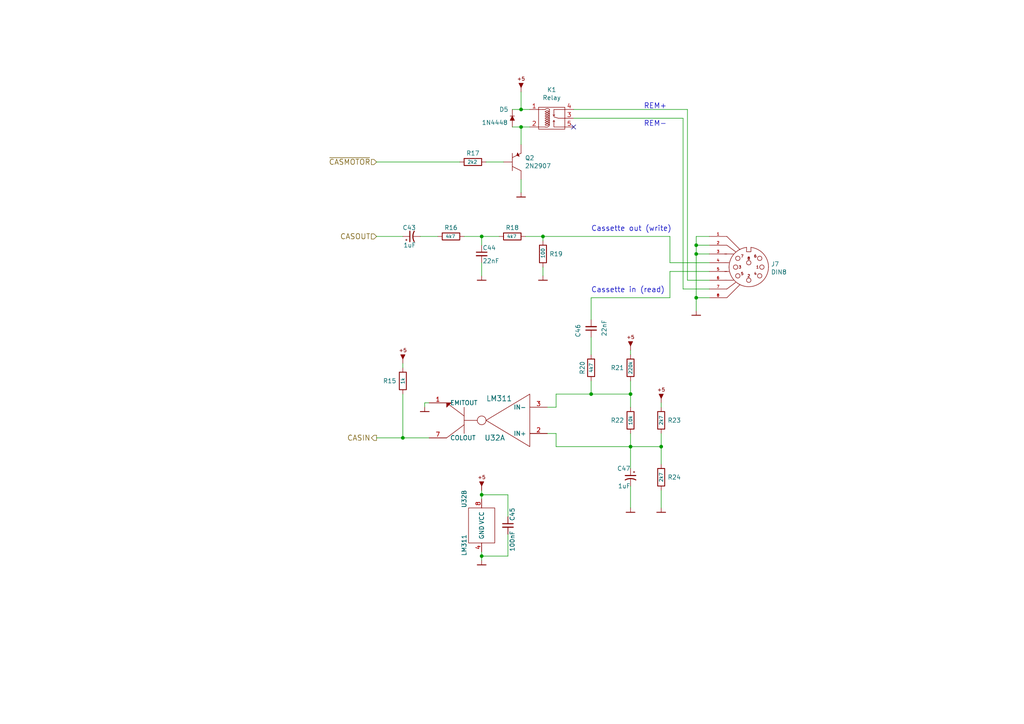
<source format=kicad_sch>
(kicad_sch (version 20211123) (generator eeschema)

  (uuid ba116096-3ccc-4cc8-a185-5325439e4e24)

  (paper "A4")

  (lib_symbols
    (symbol "artemisa:1N4448" (pin_numbers hide) (pin_names (offset 1.016)) (in_bom yes) (on_board yes)
      (property "Reference" "D" (id 0) (at 0 1.905 0)
        (effects (font (size 1.27 1.27)))
      )
      (property "Value" "1N4448" (id 1) (at 0 -1.905 0)
        (effects (font (size 1.27 1.27)))
      )
      (property "Footprint" "" (id 2) (at 1.27 0 0)
        (effects (font (size 1.524 1.524)) hide)
      )
      (property "Datasheet" "" (id 3) (at 1.27 0 0)
        (effects (font (size 1.524 1.524)) hide)
      )
      (symbol "1N4448_0_1"
        (polyline
          (pts
            (xy 0.635 0.635)
            (xy 0.635 -0.635)
          )
          (stroke (width 0) (type default) (color 0 0 0 0))
          (fill (type none))
        )
        (polyline
          (pts
            (xy -0.635 0.635)
            (xy -0.635 -0.635)
            (xy 0.635 0)
            (xy -0.635 0.635)
          )
          (stroke (width 0) (type default) (color 0 0 0 0))
          (fill (type outline))
        )
      )
      (symbol "1N4448_1_1"
        (pin passive line (at -2.54 0 0) (length 1.905)
          (name "~" (effects (font (size 1.27 1.27))))
          (number "1" (effects (font (size 1.27 1.27))))
        )
        (pin passive line (at 2.54 0 180) (length 1.905)
          (name "~" (effects (font (size 1.27 1.27))))
          (number "2" (effects (font (size 1.27 1.27))))
        )
      )
    )
    (symbol "artemisa:2N2907" (pin_numbers hide) (pin_names (offset 1.016) hide) (in_bom yes) (on_board yes)
      (property "Reference" "Q" (id 0) (at -3.81 3.81 0)
        (effects (font (size 1.27 1.27)))
      )
      (property "Value" "2N2907" (id 1) (at 2.54 0 0)
        (effects (font (size 1.27 1.27)))
      )
      (property "Footprint" "" (id 2) (at 0 0 0)
        (effects (font (size 1.524 1.524)) hide)
      )
      (property "Datasheet" "" (id 3) (at 0 0 0)
        (effects (font (size 1.524 1.524)) hide)
      )
      (symbol "2N2907_1_1"
        (polyline
          (pts
            (xy -2.54 -1.27)
            (xy 0 -2.54)
          )
          (stroke (width 0) (type default) (color 0 0 0 0))
          (fill (type none))
        )
        (polyline
          (pts
            (xy -2.54 1.27)
            (xy 0 2.54)
          )
          (stroke (width 0) (type default) (color 0 0 0 0))
          (fill (type none))
        )
        (polyline
          (pts
            (xy -2.54 2.54)
            (xy -2.54 -2.54)
          )
          (stroke (width 0) (type default) (color 0 0 0 0))
          (fill (type none))
        )
        (polyline
          (pts
            (xy -1.27 -1.905)
            (xy -1.016 -2.667)
            (xy -0.508 -1.651)
            (xy -1.27 -1.905)
          )
          (stroke (width 0) (type default) (color 0 0 0 0))
          (fill (type outline))
        )
        (pin input line (at 0 5.08 270) (length 2.54)
          (name "1C" (effects (font (size 1.27 1.27))))
          (number "1" (effects (font (size 1.27 1.27))))
        )
        (pin input line (at -5.08 0 0) (length 2.54)
          (name "B" (effects (font (size 1.27 1.27))))
          (number "2" (effects (font (size 1.27 1.27))))
        )
        (pin input line (at 0 -5.08 90) (length 2.54)
          (name "E" (effects (font (size 1.27 1.27))))
          (number "3" (effects (font (size 1.27 1.27))))
        )
      )
    )
    (symbol "artemisa:CP" (pin_numbers hide) (pin_names (offset 0.254) hide) (in_bom yes) (on_board yes)
      (property "Reference" "C" (id 0) (at 0.254 1.778 0)
        (effects (font (size 1.27 1.27)) (justify left))
      )
      (property "Value" "CP" (id 1) (at 0.254 -2.032 0)
        (effects (font (size 1.27 1.27)) (justify left))
      )
      (property "Footprint" "" (id 2) (at 0 0 0)
        (effects (font (size 1.27 1.27)) hide)
      )
      (property "Datasheet" "" (id 3) (at 0 0 0)
        (effects (font (size 1.27 1.27)) hide)
      )
      (property "ki_fp_filters" "CP_*" (id 4) (at 0 0 0)
        (effects (font (size 1.27 1.27)) hide)
      )
      (symbol "CP_0_1"
        (polyline
          (pts
            (xy -1.524 0.508)
            (xy 1.524 0.508)
          )
          (stroke (width 0.3048) (type default) (color 0 0 0 0))
          (fill (type none))
        )
        (polyline
          (pts
            (xy -1.27 1.524)
            (xy -0.762 1.524)
          )
          (stroke (width 0) (type default) (color 0 0 0 0))
          (fill (type none))
        )
        (polyline
          (pts
            (xy -1.016 1.27)
            (xy -1.016 1.778)
          )
          (stroke (width 0) (type default) (color 0 0 0 0))
          (fill (type none))
        )
        (arc (start 1.524 -0.762) (mid 0 -0.3734) (end -1.524 -0.762)
          (stroke (width 0.3048) (type default) (color 0 0 0 0))
          (fill (type none))
        )
      )
      (symbol "CP_1_1"
        (pin passive line (at 0 2.54 270) (length 2.032)
          (name "~" (effects (font (size 1.27 1.27))))
          (number "1" (effects (font (size 1.27 1.27))))
        )
        (pin passive line (at 0 -2.54 90) (length 2.032)
          (name "~" (effects (font (size 1.27 1.27))))
          (number "2" (effects (font (size 1.27 1.27))))
        )
      )
    )
    (symbol "artemisa:Cap" (pin_numbers hide) (pin_names (offset 0.254) hide) (in_bom yes) (on_board yes)
      (property "Reference" "C" (id 0) (at 0.254 1.778 0)
        (effects (font (size 1.27 1.27)) (justify left))
      )
      (property "Value" "Cap" (id 1) (at 0.254 -2.032 0)
        (effects (font (size 1.27 1.27)) (justify left))
      )
      (property "Footprint" "" (id 2) (at 0 0 0)
        (effects (font (size 1.27 1.27)) hide)
      )
      (property "Datasheet" "" (id 3) (at 0 0 0)
        (effects (font (size 1.27 1.27)) hide)
      )
      (property "ki_fp_filters" "C_*" (id 4) (at 0 0 0)
        (effects (font (size 1.27 1.27)) hide)
      )
      (symbol "Cap_0_1"
        (polyline
          (pts
            (xy -1.524 -0.508)
            (xy 1.524 -0.508)
          )
          (stroke (width 0.3302) (type default) (color 0 0 0 0))
          (fill (type none))
        )
        (polyline
          (pts
            (xy -1.524 0.508)
            (xy 1.524 0.508)
          )
          (stroke (width 0.3048) (type default) (color 0 0 0 0))
          (fill (type none))
        )
      )
      (symbol "Cap_1_1"
        (pin passive line (at 0 2.54 270) (length 2.032)
          (name "~" (effects (font (size 1.27 1.27))))
          (number "1" (effects (font (size 1.27 1.27))))
        )
        (pin passive line (at 0 -2.54 90) (length 2.032)
          (name "~" (effects (font (size 1.27 1.27))))
          (number "2" (effects (font (size 1.27 1.27))))
        )
      )
    )
    (symbol "artemisa:DIN8" (pin_names (offset 1.27) hide) (in_bom yes) (on_board yes)
      (property "Reference" "J" (id 0) (at 1.905 6.985 0)
        (effects (font (size 1.27 1.27)))
      )
      (property "Value" "DIN8" (id 1) (at 3.81 -6.985 0)
        (effects (font (size 1.27 1.27)))
      )
      (property "Footprint" "" (id 2) (at 0 0 0)
        (effects (font (size 1.27 1.27)) hide)
      )
      (property "Datasheet" "" (id 3) (at 0 0 0)
        (effects (font (size 1.27 1.27)) hide)
      )
      (symbol "DIN8_0_0"
        (polyline
          (pts
            (xy -0.635 5.715)
            (xy -0.635 4.445)
            (xy 0.635 4.445)
            (xy 0.635 5.715)
          )
          (stroke (width 0) (type default) (color 0 0 0 0))
          (fill (type none))
        )
        (text "1" (at 2.54 0 0)
          (effects (font (size 0.762 0.762)))
        )
        (text "2" (at 0 -2.54 0)
          (effects (font (size 0.762 0.762)))
        )
        (text "3" (at -2.54 0 0)
          (effects (font (size 0.762 0.762)))
        )
        (text "4" (at 1.905 -1.905 0)
          (effects (font (size 0.762 0.762)))
        )
        (text "5" (at -1.905 -1.905 0)
          (effects (font (size 0.762 0.762)))
        )
        (text "6" (at 1.905 3.175 0)
          (effects (font (size 0.762 0.762)))
        )
        (text "7" (at -1.905 3.175 0)
          (effects (font (size 0.762 0.762)))
        )
        (text "8" (at 0 2.54 0)
          (effects (font (size 0.762 0.762)))
        )
      )
      (symbol "DIN8_0_1"
        (arc (start -5.715 0) (mid 0 -5.715) (end 5.715 0)
          (stroke (width 0) (type default) (color 0 0 0 0))
          (fill (type none))
        )
        (circle (center -3.81 0) (radius 0.635)
          (stroke (width 0) (type default) (color 0 0 0 0))
          (fill (type none))
        )
        (circle (center -3.175 -2.54) (radius 0.635)
          (stroke (width 0) (type default) (color 0 0 0 0))
          (fill (type none))
        )
        (circle (center -3.175 2.54) (radius 0.635)
          (stroke (width 0) (type default) (color 0 0 0 0))
          (fill (type none))
        )
        (arc (start -0.635 5.715) (mid -4.2603 3.8255) (end -5.715 0)
          (stroke (width 0) (type default) (color 0 0 0 0))
          (fill (type none))
        )
        (circle (center 0 -3.81) (radius 0.635)
          (stroke (width 0) (type default) (color 0 0 0 0))
          (fill (type none))
        )
        (polyline
          (pts
            (xy -6.985 -3.81)
            (xy -4.445 -3.81)
          )
          (stroke (width 0) (type default) (color 0 0 0 0))
          (fill (type none))
        )
        (polyline
          (pts
            (xy -6.985 -1.27)
            (xy -5.715 -1.27)
          )
          (stroke (width 0) (type default) (color 0 0 0 0))
          (fill (type none))
        )
        (polyline
          (pts
            (xy -6.985 1.27)
            (xy -5.715 1.27)
          )
          (stroke (width 0) (type default) (color 0 0 0 0))
          (fill (type none))
        )
        (polyline
          (pts
            (xy -6.985 3.81)
            (xy -4.445 3.81)
          )
          (stroke (width 0) (type default) (color 0 0 0 0))
          (fill (type none))
        )
        (polyline
          (pts
            (xy -6.35 -8.89)
            (xy -2.54 -5.08)
          )
          (stroke (width 0) (type default) (color 0 0 0 0))
          (fill (type none))
        )
        (polyline
          (pts
            (xy -6.35 -6.35)
            (xy -3.81 -4.445)
          )
          (stroke (width 0) (type default) (color 0 0 0 0))
          (fill (type none))
        )
        (polyline
          (pts
            (xy -6.35 6.35)
            (xy -3.81 4.445)
          )
          (stroke (width 0) (type default) (color 0 0 0 0))
          (fill (type none))
        )
        (polyline
          (pts
            (xy -6.35 8.89)
            (xy -2.54 5.08)
          )
          (stroke (width 0) (type default) (color 0 0 0 0))
          (fill (type none))
        )
        (circle (center 0 1.27) (radius 0.635)
          (stroke (width 0) (type default) (color 0 0 0 0))
          (fill (type none))
        )
        (circle (center 3.175 -2.54) (radius 0.635)
          (stroke (width 0) (type default) (color 0 0 0 0))
          (fill (type none))
        )
        (circle (center 3.175 2.54) (radius 0.635)
          (stroke (width 0) (type default) (color 0 0 0 0))
          (fill (type none))
        )
        (circle (center 3.81 0) (radius 0.635)
          (stroke (width 0) (type default) (color 0 0 0 0))
          (fill (type none))
        )
        (arc (start 5.715 0) (mid 4.2698 3.8339) (end 0.635 5.715)
          (stroke (width 0) (type default) (color 0 0 0 0))
          (fill (type none))
        )
      )
      (symbol "DIN8_1_1"
        (pin input line (at -11.43 8.89 0) (length 5.08)
          (name "1" (effects (font (size 1.27 1.27))))
          (number "1" (effects (font (size 0.762 0.762))))
        )
        (pin input line (at -11.43 6.35 0) (length 5.08)
          (name "2" (effects (font (size 1.27 1.27))))
          (number "2" (effects (font (size 0.762 0.762))))
        )
        (pin input line (at -11.43 3.81 0) (length 5.08)
          (name "3" (effects (font (size 1.27 1.27))))
          (number "3" (effects (font (size 0.762 0.762))))
        )
        (pin input line (at -11.43 1.27 0) (length 5.08)
          (name "4" (effects (font (size 1.27 1.27))))
          (number "4" (effects (font (size 0.762 0.762))))
        )
        (pin input line (at -11.43 -1.27 0) (length 5.08)
          (name "5" (effects (font (size 1.27 1.27))))
          (number "5" (effects (font (size 0.762 0.762))))
        )
        (pin input line (at -11.43 -3.81 0) (length 5.08)
          (name "6" (effects (font (size 1.27 1.27))))
          (number "6" (effects (font (size 0.762 0.762))))
        )
        (pin input line (at -11.43 -6.35 0) (length 5.08)
          (name "7" (effects (font (size 1.27 1.27))))
          (number "7" (effects (font (size 0.762 0.762))))
        )
        (pin input line (at -11.43 -8.89 0) (length 5.08)
          (name "8" (effects (font (size 1.27 1.27))))
          (number "8" (effects (font (size 0.762 0.762))))
        )
      )
    )
    (symbol "artemisa:GND" (power) (pin_numbers hide) (pin_names (offset 0) hide) (in_bom yes) (on_board yes)
      (property "Reference" "#PWR" (id 0) (at 0 -2.54 0)
        (effects (font (size 1.524 1.524)) hide)
      )
      (property "Value" "GND" (id 1) (at 0 2.54 0)
        (effects (font (size 1.524 1.524)) hide)
      )
      (property "Footprint" "" (id 2) (at 0 0 0)
        (effects (font (size 1.524 1.524)) hide)
      )
      (property "Datasheet" "" (id 3) (at 0 0 0)
        (effects (font (size 1.524 1.524)) hide)
      )
      (symbol "GND_0_1"
        (polyline
          (pts
            (xy -1.27 -1.27)
            (xy 1.27 -1.27)
          )
          (stroke (width 0.254) (type default) (color 0 0 0 0))
          (fill (type none))
        )
      )
      (symbol "GND_1_1"
        (pin power_in line (at 0 0 270) (length 1.27)
          (name "GND" (effects (font (size 1.27 1.27))))
          (number "~" (effects (font (size 1.27 1.27))))
        )
      )
    )
    (symbol "artemisa:LM311" (pin_names (offset 1.016)) (in_bom yes) (on_board yes)
      (property "Reference" "U" (id 0) (at -6.35 5.08 0)
        (effects (font (size 1.524 1.524)))
      )
      (property "Value" "LM311" (id 1) (at -5.08 -6.35 0)
        (effects (font (size 1.524 1.524)))
      )
      (property "Footprint" "" (id 2) (at 0 0 0)
        (effects (font (size 1.524 1.524)) hide)
      )
      (property "Datasheet" "" (id 3) (at 0 0 0)
        (effects (font (size 1.524 1.524)) hide)
      )
      (symbol "LM311_1_1"
        (polyline
          (pts
            (xy 1.27 0)
            (xy 5.08 0)
          )
          (stroke (width 0) (type default) (color 0 0 0 0))
          (fill (type none))
        )
        (polyline
          (pts
            (xy 5.08 -1.27)
            (xy 10.16 -5.08)
          )
          (stroke (width 0) (type default) (color 0 0 0 0))
          (fill (type none))
        )
        (polyline
          (pts
            (xy 5.08 1.27)
            (xy 10.16 5.08)
          )
          (stroke (width 0) (type default) (color 0 0 0 0))
          (fill (type none))
        )
        (polyline
          (pts
            (xy 5.08 3.81)
            (xy 5.08 -3.81)
          )
          (stroke (width 0) (type default) (color 0 0 0 0))
          (fill (type none))
        )
        (polyline
          (pts
            (xy -1.27 0)
            (xy -13.97 -7.62)
            (xy -13.97 7.62)
            (xy -1.27 0)
          )
          (stroke (width 0) (type default) (color 0 0 0 0))
          (fill (type none))
        )
        (polyline
          (pts
            (xy 10.16 -5.08)
            (xy 10.16 -3.81)
            (xy 8.89 -5.08)
            (xy 10.16 -5.08)
          )
          (stroke (width 0) (type default) (color 0 0 0 0))
          (fill (type outline))
        )
        (circle (center 0 0) (radius 1.27)
          (stroke (width 0) (type default) (color 0 0 0 0))
          (fill (type none))
        )
        (pin passive line (at 15.24 -5.08 180) (length 5.08)
          (name "EMITOUT" (effects (font (size 1.27 1.27))))
          (number "1" (effects (font (size 1.27 1.27))))
        )
        (pin input line (at -19.05 3.81 0) (length 5.08)
          (name "IN+" (effects (font (size 1.27 1.27))))
          (number "2" (effects (font (size 1.27 1.27))))
        )
        (pin input line (at -19.05 -3.81 0) (length 5.08)
          (name "IN-" (effects (font (size 1.27 1.27))))
          (number "3" (effects (font (size 1.27 1.27))))
        )
        (pin no_connect line (at -13.97 -12.7 90) (length 5.08) hide
          (name "BALANCE" (effects (font (size 1.27 1.27))))
          (number "5" (effects (font (size 1.27 1.27))))
        )
        (pin no_connect line (at -13.97 12.7 270) (length 5.08) hide
          (name "BALSTRB" (effects (font (size 1.27 1.27))))
          (number "6" (effects (font (size 1.27 1.27))))
        )
        (pin output line (at 15.24 5.08 180) (length 5.08)
          (name "COLOUT" (effects (font (size 1.27 1.27))))
          (number "7" (effects (font (size 1.27 1.27))))
        )
      )
      (symbol "LM311_2_1"
        (rectangle (start -11.43 -5.08) (end -3.81 5.08)
          (stroke (width 0) (type default) (color 0 0 0 0))
          (fill (type none))
        )
        (pin power_in line (at -7.62 -7.62 90) (length 2.54)
          (name "GND" (effects (font (size 1.27 1.27))))
          (number "4" (effects (font (size 1.27 1.27))))
        )
        (pin power_in line (at -7.62 7.62 270) (length 2.54)
          (name "VCC" (effects (font (size 1.27 1.27))))
          (number "8" (effects (font (size 1.27 1.27))))
        )
      )
    )
    (symbol "artemisa:R" (pin_numbers hide) (pin_names (offset 1.016)) (in_bom yes) (on_board yes)
      (property "Reference" "R" (id 0) (at 0 -2.54 0)
        (effects (font (size 1.524 1.524)))
      )
      (property "Value" "R" (id 1) (at 0 0 0)
        (effects (font (size 1.016 1.016)))
      )
      (property "Footprint" "" (id 2) (at 0 0 90)
        (effects (font (size 1.524 1.524)) hide)
      )
      (property "Datasheet" "" (id 3) (at 0 0 90)
        (effects (font (size 1.524 1.524)) hide)
      )
      (symbol "R_1_1"
        (rectangle (start 2.54 -1.016) (end -2.54 1.016)
          (stroke (width 0.254) (type default) (color 0 0 0 0))
          (fill (type none))
        )
        (pin passive line (at -3.81 0 0) (length 1.27)
          (name "~" (effects (font (size 1.27 1.27))))
          (number "1" (effects (font (size 1.27 1.27))))
        )
        (pin passive line (at 3.81 0 180) (length 1.27)
          (name "~" (effects (font (size 1.27 1.27))))
          (number "2" (effects (font (size 1.27 1.27))))
        )
      )
    )
    (symbol "artemisa:Relay" (pin_names (offset 1.016)) (in_bom yes) (on_board yes)
      (property "Reference" "K" (id 0) (at 0 5.08 0)
        (effects (font (size 1.27 1.27)))
      )
      (property "Value" "Relay" (id 1) (at 0 -5.08 0)
        (effects (font (size 1.27 1.27)))
      )
      (property "Footprint" "" (id 2) (at 0.635 1.27 0)
        (effects (font (size 1.27 1.27)) hide)
      )
      (property "Datasheet" "" (id 3) (at 0.635 1.27 0)
        (effects (font (size 1.27 1.27)) hide)
      )
      (symbol "Relay_0_1"
        (rectangle (start -3.81 3.175) (end 3.81 -3.175)
          (stroke (width 0) (type default) (color 0 0 0 0))
          (fill (type none))
        )
        (arc (start -1.905 -2.54) (mid -1.1194 -2.5285) (end -0.635 -1.905)
          (stroke (width 0) (type default) (color 0 0 0 0))
          (fill (type none))
        )
        (arc (start -1.905 1.905) (mid -1.0575 1.7892) (end -0.635 2.54)
          (stroke (width 0) (type default) (color 0 0 0 0))
          (fill (type none))
        )
        (arc (start -0.635 1.905) (mid -1.27 2.168) (end -1.905 1.905)
          (stroke (width 0) (type default) (color 0 0 0 0))
          (fill (type none))
        )
        (arc (start -0.635 2.54) (mid -1.27 2.803) (end -1.905 2.54)
          (stroke (width 0) (type default) (color 0 0 0 0))
          (fill (type none))
        )
        (polyline
          (pts
            (xy -2.54 2.54)
            (xy -3.81 2.54)
          )
          (stroke (width 0) (type default) (color 0 0 0 0))
          (fill (type none))
        )
        (polyline
          (pts
            (xy -1.905 -2.54)
            (xy -3.81 -2.54)
          )
          (stroke (width 0) (type default) (color 0 0 0 0))
          (fill (type none))
        )
        (polyline
          (pts
            (xy -1.905 2.54)
            (xy -2.54 2.54)
          )
          (stroke (width 0) (type default) (color 0 0 0 0))
          (fill (type none))
        )
        (polyline
          (pts
            (xy 0.635 -0.635)
            (xy 0.381 -1.016)
          )
          (stroke (width 0) (type default) (color 0 0 0 0))
          (fill (type none))
        )
        (polyline
          (pts
            (xy 0.635 -0.635)
            (xy 0.889 -1.016)
          )
          (stroke (width 0) (type default) (color 0 0 0 0))
          (fill (type none))
        )
        (polyline
          (pts
            (xy 0.635 0.381)
            (xy 1.905 0)
          )
          (stroke (width 0) (type default) (color 0 0 0 0))
          (fill (type none))
        )
        (polyline
          (pts
            (xy 0.635 0.635)
            (xy 0.381 1.016)
          )
          (stroke (width 0) (type default) (color 0 0 0 0))
          (fill (type none))
        )
        (polyline
          (pts
            (xy 0.635 0.635)
            (xy 0.889 1.016)
          )
          (stroke (width 0) (type default) (color 0 0 0 0))
          (fill (type none))
        )
        (polyline
          (pts
            (xy 1.905 0)
            (xy 2.54 0)
          )
          (stroke (width 0) (type default) (color 0 0 0 0))
          (fill (type none))
        )
        (polyline
          (pts
            (xy 2.54 0)
            (xy 3.81 0)
          )
          (stroke (width 0) (type default) (color 0 0 0 0))
          (fill (type none))
        )
        (polyline
          (pts
            (xy 0.635 -0.635)
            (xy 0.635 -2.54)
            (xy 3.81 -2.54)
          )
          (stroke (width 0) (type default) (color 0 0 0 0))
          (fill (type none))
        )
        (polyline
          (pts
            (xy 0.635 0.635)
            (xy 0.635 2.54)
            (xy 3.81 2.54)
          )
          (stroke (width 0) (type default) (color 0 0 0 0))
          (fill (type none))
        )
      )
      (symbol "Relay_1_1"
        (arc (start -1.905 -1.905) (mid -1.0575 -2.0208) (end -0.635 -1.27)
          (stroke (width 0) (type default) (color 0 0 0 0))
          (fill (type none))
        )
        (arc (start -1.905 -1.27) (mid -1.0575 -1.3858) (end -0.635 -0.635)
          (stroke (width 0) (type default) (color 0 0 0 0))
          (fill (type none))
        )
        (arc (start -1.905 -0.635) (mid -1.0575 -0.7508) (end -0.635 0)
          (stroke (width 0) (type default) (color 0 0 0 0))
          (fill (type none))
        )
        (arc (start -1.905 0) (mid -1.0575 -0.1158) (end -0.635 0.635)
          (stroke (width 0) (type default) (color 0 0 0 0))
          (fill (type none))
        )
        (arc (start -1.905 0.635) (mid -1.0575 0.5192) (end -0.635 1.27)
          (stroke (width 0) (type default) (color 0 0 0 0))
          (fill (type none))
        )
        (arc (start -1.905 1.27) (mid -1.0575 1.1542) (end -0.635 1.905)
          (stroke (width 0) (type default) (color 0 0 0 0))
          (fill (type none))
        )
        (arc (start -0.635 -1.905) (mid -1.27 -1.642) (end -1.905 -1.905)
          (stroke (width 0) (type default) (color 0 0 0 0))
          (fill (type none))
        )
        (arc (start -0.635 -1.27) (mid -1.27 -1.007) (end -1.905 -1.27)
          (stroke (width 0) (type default) (color 0 0 0 0))
          (fill (type none))
        )
        (arc (start -0.635 -0.635) (mid -1.27 -0.372) (end -1.905 -0.635)
          (stroke (width 0) (type default) (color 0 0 0 0))
          (fill (type none))
        )
        (arc (start -0.635 0) (mid -1.27 0.263) (end -1.905 0)
          (stroke (width 0) (type default) (color 0 0 0 0))
          (fill (type none))
        )
        (arc (start -0.635 0.635) (mid -1.27 0.898) (end -1.905 0.635)
          (stroke (width 0) (type default) (color 0 0 0 0))
          (fill (type none))
        )
        (arc (start -0.635 1.27) (mid -1.27 1.533) (end -1.905 1.27)
          (stroke (width 0) (type default) (color 0 0 0 0))
          (fill (type none))
        )
        (pin input line (at -6.35 2.54 0) (length 2.54)
          (name "~" (effects (font (size 1.27 1.27))))
          (number "1" (effects (font (size 1.27 1.27))))
        )
        (pin input line (at -6.35 -2.54 0) (length 2.54)
          (name "~" (effects (font (size 1.27 1.27))))
          (number "2" (effects (font (size 1.27 1.27))))
        )
        (pin passive line (at 6.35 0 180) (length 2.54)
          (name "~" (effects (font (size 1.27 1.27))))
          (number "3" (effects (font (size 1.27 1.27))))
        )
        (pin passive line (at 6.35 2.54 180) (length 2.54)
          (name "~" (effects (font (size 1.27 1.27))))
          (number "4" (effects (font (size 1.27 1.27))))
        )
        (pin passive line (at 6.35 -2.54 180) (length 2.54)
          (name "~" (effects (font (size 1.27 1.27))))
          (number "5" (effects (font (size 1.27 1.27))))
        )
      )
    )
    (symbol "artemisa:VCC" (power) (pin_numbers hide) (pin_names (offset 0) hide) (in_bom yes) (on_board yes)
      (property "Reference" "#PWR" (id 0) (at 0 -1.27 0)
        (effects (font (size 1.524 1.524)) hide)
      )
      (property "Value" "VCC" (id 1) (at 0 6.35 0)
        (effects (font (size 1.524 1.524)) hide)
      )
      (property "Footprint" "" (id 2) (at 0 0 0)
        (effects (font (size 1.524 1.524)) hide)
      )
      (property "Datasheet" "" (id 3) (at 0 0 0)
        (effects (font (size 1.524 1.524)) hide)
      )
      (symbol "VCC_0_0"
        (text "+5" (at 0 3.81 0)
          (effects (font (size 1.016 1.016)))
        )
      )
      (symbol "VCC_0_1"
        (polyline
          (pts
            (xy 0 1.27)
            (xy 0.635 2.54)
            (xy -0.635 2.54)
            (xy 0 1.27)
          )
          (stroke (width 0) (type default) (color 0 0 0 0))
          (fill (type outline))
        )
      )
      (symbol "VCC_1_1"
        (pin power_in line (at 0 0 90) (length 1.27)
          (name "VCC" (effects (font (size 1.27 1.27))))
          (number "1" (effects (font (size 1.27 1.27))))
        )
      )
    )
  )

  (junction (at 151.13 36.83) (diameter 0) (color 0 0 0 0)
    (uuid 09c6ca89-863f-42d4-867e-9a769c316610)
  )
  (junction (at 182.88 129.54) (diameter 0) (color 0 0 0 0)
    (uuid 0a5610bb-d01a-4417-8271-dc424dd2c838)
  )
  (junction (at 139.7 143.51) (diameter 0) (color 0 0 0 0)
    (uuid 2d617fad-47fe-4db9-836a-4bceb9c31c3b)
  )
  (junction (at 151.13 31.75) (diameter 0) (color 0 0 0 0)
    (uuid 300aa512-2f66-4c26-a530-50c091b3a099)
  )
  (junction (at 139.7 161.29) (diameter 0) (color 0 0 0 0)
    (uuid 6316acb7-63a1-40e7-8695-2822d4a240b5)
  )
  (junction (at 201.93 71.12) (diameter 0) (color 0 0 0 0)
    (uuid 6b8ac91e-9d2b-49db-8a80-1da009ad1c5e)
  )
  (junction (at 182.88 114.3) (diameter 0) (color 0 0 0 0)
    (uuid 6f5a9f10-1b2c-4916-b4e5-cb5bd0f851a0)
  )
  (junction (at 116.84 127) (diameter 0) (color 0 0 0 0)
    (uuid 93ac15d8-5f91-4361-acff-be4992b93b51)
  )
  (junction (at 201.93 86.36) (diameter 0) (color 0 0 0 0)
    (uuid 9a595c4c-9ac1-4ae3-8ff3-1b7f2281a894)
  )
  (junction (at 201.93 73.66) (diameter 0) (color 0 0 0 0)
    (uuid 9b07d532-5f76-4469-8dbf-25ac27eef589)
  )
  (junction (at 139.7 68.58) (diameter 0) (color 0 0 0 0)
    (uuid c3a69550-c4fa-45d1-9aba-0bba47699cca)
  )
  (junction (at 191.77 129.54) (diameter 0) (color 0 0 0 0)
    (uuid d5f4d798-57d3-493b-b57c-3b6e89508879)
  )
  (junction (at 171.45 114.3) (diameter 0) (color 0 0 0 0)
    (uuid dd6c35f3-ae45-4706-ad6f-8028797ca8e0)
  )
  (junction (at 157.48 68.58) (diameter 0) (color 0 0 0 0)
    (uuid e0d7c1d9-102e-4758-a8b7-ff248f1ce315)
  )

  (no_connect (at 166.37 36.83) (uuid 8615dae0-65cf-4932-8e6f-9a0f32429a5e))

  (wire (pts (xy 171.45 86.36) (xy 171.45 92.71))
    (stroke (width 0) (type default) (color 0 0 0 0))
    (uuid 07652224-af43-42a2-841c-1883ba305bc4)
  )
  (wire (pts (xy 153.67 36.83) (xy 151.13 36.83))
    (stroke (width 0) (type default) (color 0 0 0 0))
    (uuid 11c7c8d4-4c4b-4330-bb59-1eec2e98b255)
  )
  (wire (pts (xy 205.74 81.28) (xy 199.39 81.28))
    (stroke (width 0) (type default) (color 0 0 0 0))
    (uuid 21573090-1953-4b11-9042-108ae79fe9c5)
  )
  (wire (pts (xy 139.7 68.58) (xy 144.78 68.58))
    (stroke (width 0) (type default) (color 0 0 0 0))
    (uuid 232ccf4f-3322-4e62-990b-290e6ff36fcd)
  )
  (wire (pts (xy 151.13 36.83) (xy 148.59 36.83))
    (stroke (width 0) (type default) (color 0 0 0 0))
    (uuid 28b01cd2-da3a-46ec-8825-b0f31a0b8987)
  )
  (wire (pts (xy 124.46 116.84) (xy 123.19 116.84))
    (stroke (width 0) (type default) (color 0 0 0 0))
    (uuid 2ba25c40-ea42-478e-9150-1d94fa1c8ae9)
  )
  (wire (pts (xy 205.74 83.82) (xy 198.12 83.82))
    (stroke (width 0) (type default) (color 0 0 0 0))
    (uuid 2cd3975a-2259-4fa9-8133-e1586b9b9618)
  )
  (wire (pts (xy 139.7 143.51) (xy 139.7 144.78))
    (stroke (width 0) (type default) (color 0 0 0 0))
    (uuid 2e36ce87-4661-4b8f-956a-16dc559e1b50)
  )
  (wire (pts (xy 152.4 68.58) (xy 157.48 68.58))
    (stroke (width 0) (type default) (color 0 0 0 0))
    (uuid 31bfc3e7-147b-4531-a0c5-e3a305c1647d)
  )
  (wire (pts (xy 182.88 110.49) (xy 182.88 114.3))
    (stroke (width 0) (type default) (color 0 0 0 0))
    (uuid 348dc703-3cab-4547-b664-e8b335a6083c)
  )
  (wire (pts (xy 151.13 36.83) (xy 151.13 41.91))
    (stroke (width 0) (type default) (color 0 0 0 0))
    (uuid 34ddb753-e57c-4ca8-a67b-d7cdf62cae93)
  )
  (wire (pts (xy 171.45 114.3) (xy 161.29 114.3))
    (stroke (width 0) (type default) (color 0 0 0 0))
    (uuid 39845449-7a31-4262-86b1-e7af14a6659f)
  )
  (wire (pts (xy 205.74 73.66) (xy 201.93 73.66))
    (stroke (width 0) (type default) (color 0 0 0 0))
    (uuid 3c121a93-b189-409b-a104-2bdd37ff0b51)
  )
  (wire (pts (xy 205.74 71.12) (xy 201.93 71.12))
    (stroke (width 0) (type default) (color 0 0 0 0))
    (uuid 3d416885-b8b5-4f5c-bc29-39c6376095e8)
  )
  (wire (pts (xy 161.29 118.11) (xy 158.75 118.11))
    (stroke (width 0) (type default) (color 0 0 0 0))
    (uuid 3f1ab70d-3263-42b5-9c61-0360188ff2b7)
  )
  (wire (pts (xy 116.84 114.3) (xy 116.84 127))
    (stroke (width 0) (type default) (color 0 0 0 0))
    (uuid 42b61d5b-39d6-462b-b2cc-57656078085f)
  )
  (wire (pts (xy 191.77 116.84) (xy 191.77 118.11))
    (stroke (width 0) (type default) (color 0 0 0 0))
    (uuid 42ecdba3-f348-4384-8d4b-cd21e56f3613)
  )
  (wire (pts (xy 139.7 76.2) (xy 139.7 80.01))
    (stroke (width 0) (type default) (color 0 0 0 0))
    (uuid 44b926bf-8bdd-4191-846d-2dfabab2cecb)
  )
  (wire (pts (xy 151.13 31.75) (xy 153.67 31.75))
    (stroke (width 0) (type default) (color 0 0 0 0))
    (uuid 46491a9d-8b3d-4c74-b09a-70c876f162e5)
  )
  (wire (pts (xy 147.32 143.51) (xy 147.32 149.86))
    (stroke (width 0) (type default) (color 0 0 0 0))
    (uuid 4688ff87-8262-46f4-ad96-b5f4e529cfa9)
  )
  (wire (pts (xy 157.48 68.58) (xy 157.48 69.85))
    (stroke (width 0) (type default) (color 0 0 0 0))
    (uuid 49488c82-6277-4d05-a051-6a9df142c373)
  )
  (wire (pts (xy 147.32 161.29) (xy 139.7 161.29))
    (stroke (width 0) (type default) (color 0 0 0 0))
    (uuid 4d3a1f72-d521-46ae-8fe1-3f8221038335)
  )
  (wire (pts (xy 205.74 68.58) (xy 201.93 68.58))
    (stroke (width 0) (type default) (color 0 0 0 0))
    (uuid 4d967454-338c-4b89-8534-9457e15bf2f2)
  )
  (wire (pts (xy 194.31 78.74) (xy 194.31 86.36))
    (stroke (width 0) (type default) (color 0 0 0 0))
    (uuid 4f2f68c4-6fa0-45ce-b5c2-e911daddcd12)
  )
  (wire (pts (xy 199.39 81.28) (xy 199.39 31.75))
    (stroke (width 0) (type default) (color 0 0 0 0))
    (uuid 53719fc4-141e-4c58-98cd-ab3bf9a4e1c0)
  )
  (wire (pts (xy 139.7 68.58) (xy 139.7 71.12))
    (stroke (width 0) (type default) (color 0 0 0 0))
    (uuid 58126faf-01a4-4f91-8e8c-ca9e47b48048)
  )
  (wire (pts (xy 182.88 101.6) (xy 182.88 102.87))
    (stroke (width 0) (type default) (color 0 0 0 0))
    (uuid 5a33f5a4-a470-4c04-9e2d-532b5f01a5d6)
  )
  (wire (pts (xy 133.35 46.99) (xy 109.22 46.99))
    (stroke (width 0) (type default) (color 0 0 0 0))
    (uuid 5a397f61-35c4-4c18-9dcd-73a2d44cc9af)
  )
  (wire (pts (xy 151.13 31.75) (xy 148.59 31.75))
    (stroke (width 0) (type default) (color 0 0 0 0))
    (uuid 5bbde4f9-fcdb-4d27-a2d6-3847fcdd87ba)
  )
  (wire (pts (xy 140.97 46.99) (xy 146.05 46.99))
    (stroke (width 0) (type default) (color 0 0 0 0))
    (uuid 5cff09b0-b3d4-41a7-a6a4-7f917b40eda9)
  )
  (wire (pts (xy 194.31 68.58) (xy 194.31 76.2))
    (stroke (width 0) (type default) (color 0 0 0 0))
    (uuid 5eedf685-0df3-4da8-aded-0e6ed1cb2507)
  )
  (wire (pts (xy 121.92 68.58) (xy 127 68.58))
    (stroke (width 0) (type default) (color 0 0 0 0))
    (uuid 63286bbb-78a3-4368-a50a-f6bf5f1653b0)
  )
  (wire (pts (xy 161.29 125.73) (xy 158.75 125.73))
    (stroke (width 0) (type default) (color 0 0 0 0))
    (uuid 692d87e9-6b70-46cc-9c78-b75193a484cc)
  )
  (wire (pts (xy 139.7 160.02) (xy 139.7 161.29))
    (stroke (width 0) (type default) (color 0 0 0 0))
    (uuid 6ce41a48-c5e2-4d5f-8548-1c7b5c309a8a)
  )
  (wire (pts (xy 191.77 129.54) (xy 191.77 134.62))
    (stroke (width 0) (type default) (color 0 0 0 0))
    (uuid 6d7ff8c0-8a2a-4636-844f-c7210ff3e6f2)
  )
  (wire (pts (xy 198.12 83.82) (xy 198.12 34.29))
    (stroke (width 0) (type default) (color 0 0 0 0))
    (uuid 70abf340-8b3e-403e-a5e2-d8f35caa2f87)
  )
  (wire (pts (xy 182.88 129.54) (xy 182.88 135.89))
    (stroke (width 0) (type default) (color 0 0 0 0))
    (uuid 74012f9c-57f0-452a-9ea1-1e3437e264b8)
  )
  (wire (pts (xy 182.88 114.3) (xy 171.45 114.3))
    (stroke (width 0) (type default) (color 0 0 0 0))
    (uuid 7d2eba81-aa80-4257-a5a7-9a6179da897e)
  )
  (wire (pts (xy 198.12 34.29) (xy 166.37 34.29))
    (stroke (width 0) (type default) (color 0 0 0 0))
    (uuid 7de6564c-7ad6-4d57-a54c-8d2835ff5cdc)
  )
  (wire (pts (xy 201.93 68.58) (xy 201.93 71.12))
    (stroke (width 0) (type default) (color 0 0 0 0))
    (uuid 7eb32ed1-4320-49ba-8487-1c88e4824fe3)
  )
  (wire (pts (xy 116.84 105.41) (xy 116.84 106.68))
    (stroke (width 0) (type default) (color 0 0 0 0))
    (uuid 83e349fb-6338-43f9-ad3f-2e7f4b8bb4a9)
  )
  (wire (pts (xy 139.7 142.24) (xy 139.7 143.51))
    (stroke (width 0) (type default) (color 0 0 0 0))
    (uuid 843b53af-dd34-4db8-aa6b-5035b25affc7)
  )
  (wire (pts (xy 157.48 68.58) (xy 194.31 68.58))
    (stroke (width 0) (type default) (color 0 0 0 0))
    (uuid 90fd611c-300b-48cf-a7c4-0d604953cd00)
  )
  (wire (pts (xy 151.13 52.07) (xy 151.13 55.88))
    (stroke (width 0) (type default) (color 0 0 0 0))
    (uuid 91c82043-0b26-427f-b23c-6094224ddfc2)
  )
  (wire (pts (xy 139.7 143.51) (xy 147.32 143.51))
    (stroke (width 0) (type default) (color 0 0 0 0))
    (uuid 92bd1111-b941-4c03-b7ec-a08a9359bc50)
  )
  (wire (pts (xy 201.93 86.36) (xy 201.93 90.17))
    (stroke (width 0) (type default) (color 0 0 0 0))
    (uuid 94c3d0e3-d7fb-421d-bbb4-5c800d76c809)
  )
  (wire (pts (xy 134.62 68.58) (xy 139.7 68.58))
    (stroke (width 0) (type default) (color 0 0 0 0))
    (uuid 9e136ac4-5d28-4814-9ebf-c30c372bc2ec)
  )
  (wire (pts (xy 191.77 125.73) (xy 191.77 129.54))
    (stroke (width 0) (type default) (color 0 0 0 0))
    (uuid 9f4abbc0-6ac3-48f0-b823-2c1c19349540)
  )
  (wire (pts (xy 205.74 86.36) (xy 201.93 86.36))
    (stroke (width 0) (type default) (color 0 0 0 0))
    (uuid a26bdee6-0e16-4ea6-87f7-fb32c714896e)
  )
  (wire (pts (xy 171.45 114.3) (xy 171.45 110.49))
    (stroke (width 0) (type default) (color 0 0 0 0))
    (uuid a6706c54-6a82-42d1-a6c9-48341690e19d)
  )
  (wire (pts (xy 161.29 129.54) (xy 161.29 125.73))
    (stroke (width 0) (type default) (color 0 0 0 0))
    (uuid aa0466c6-766f-4bb4-abf1-502a6a06f91d)
  )
  (wire (pts (xy 191.77 129.54) (xy 182.88 129.54))
    (stroke (width 0) (type default) (color 0 0 0 0))
    (uuid aae6bc05-6036-4fc6-8be7-c70daf5c8932)
  )
  (wire (pts (xy 201.93 73.66) (xy 201.93 86.36))
    (stroke (width 0) (type default) (color 0 0 0 0))
    (uuid b547dd70-2ea7-4cfd-a1ee-911561975d81)
  )
  (wire (pts (xy 147.32 154.94) (xy 147.32 161.29))
    (stroke (width 0) (type default) (color 0 0 0 0))
    (uuid b66731e7-61d5-4447-bf6a-e91a62b82298)
  )
  (wire (pts (xy 123.19 116.84) (xy 123.19 118.11))
    (stroke (width 0) (type default) (color 0 0 0 0))
    (uuid b7ac5cea-ed28-4028-87d0-45e58c709cf1)
  )
  (wire (pts (xy 171.45 86.36) (xy 194.31 86.36))
    (stroke (width 0) (type default) (color 0 0 0 0))
    (uuid b8e1a8b8-63f0-4e53-a6cb-c8edf9a649c4)
  )
  (wire (pts (xy 182.88 114.3) (xy 182.88 118.11))
    (stroke (width 0) (type default) (color 0 0 0 0))
    (uuid bde3f73b-f869-498d-a8d7-18346cb7179e)
  )
  (wire (pts (xy 171.45 102.87) (xy 171.45 97.79))
    (stroke (width 0) (type default) (color 0 0 0 0))
    (uuid bf8d857b-70bf-41ee-a068-5771461e04e9)
  )
  (wire (pts (xy 157.48 77.47) (xy 157.48 80.01))
    (stroke (width 0) (type default) (color 0 0 0 0))
    (uuid c20aea50-e9e4-4978-b938-d613d445aab7)
  )
  (wire (pts (xy 199.39 31.75) (xy 166.37 31.75))
    (stroke (width 0) (type default) (color 0 0 0 0))
    (uuid c5565d96-c729-4597-a74f-7f75befcc39d)
  )
  (wire (pts (xy 139.7 161.29) (xy 139.7 162.56))
    (stroke (width 0) (type default) (color 0 0 0 0))
    (uuid c56bbebe-0c9a-418d-911e-b8ba7c53125d)
  )
  (wire (pts (xy 201.93 71.12) (xy 201.93 73.66))
    (stroke (width 0) (type default) (color 0 0 0 0))
    (uuid c7f7bd58-1ebd-40fd-a39d-a95530a751b6)
  )
  (wire (pts (xy 151.13 26.67) (xy 151.13 31.75))
    (stroke (width 0) (type default) (color 0 0 0 0))
    (uuid cdfb661b-489b-4b76-99f4-62b92bb1ab18)
  )
  (wire (pts (xy 182.88 140.97) (xy 182.88 147.32))
    (stroke (width 0) (type default) (color 0 0 0 0))
    (uuid d1441985-7b63-4bf8-a06d-c70da2e3b78b)
  )
  (wire (pts (xy 161.29 114.3) (xy 161.29 118.11))
    (stroke (width 0) (type default) (color 0 0 0 0))
    (uuid d2db53d0-2821-4ebe-bf21-b864eac8ca44)
  )
  (wire (pts (xy 182.88 129.54) (xy 161.29 129.54))
    (stroke (width 0) (type default) (color 0 0 0 0))
    (uuid d6040293-95f0-436a-938c-ad69875a4be8)
  )
  (wire (pts (xy 124.46 127) (xy 116.84 127))
    (stroke (width 0) (type default) (color 0 0 0 0))
    (uuid df5c9f6b-a62e-44ba-997f-b2cf3279c7d4)
  )
  (wire (pts (xy 116.84 68.58) (xy 109.22 68.58))
    (stroke (width 0) (type default) (color 0 0 0 0))
    (uuid e4184668-3bdd-4cb2-a053-4f3d5e57b541)
  )
  (wire (pts (xy 191.77 142.24) (xy 191.77 147.32))
    (stroke (width 0) (type default) (color 0 0 0 0))
    (uuid e4504518-96e7-4c9e-8457-7273f5a490f1)
  )
  (wire (pts (xy 182.88 125.73) (xy 182.88 129.54))
    (stroke (width 0) (type default) (color 0 0 0 0))
    (uuid ea28e946-b74f-4ba8-ac7b-b1884c5e7296)
  )
  (wire (pts (xy 109.22 127) (xy 116.84 127))
    (stroke (width 0) (type default) (color 0 0 0 0))
    (uuid f284b1e2-75a4-4a3f-a5f4-6f05f15fb4f5)
  )
  (wire (pts (xy 194.31 76.2) (xy 205.74 76.2))
    (stroke (width 0) (type default) (color 0 0 0 0))
    (uuid fc4f0835-889b-4d2e-876e-ca524c79ae62)
  )
  (wire (pts (xy 205.74 78.74) (xy 194.31 78.74))
    (stroke (width 0) (type default) (color 0 0 0 0))
    (uuid fe4869dc-e96e-4bb4-a38d-2ca990635f2d)
  )

  (text "Cassette in (read)" (at 171.45 85.09 0)
    (effects (font (size 1.524 1.524)) (justify left bottom))
    (uuid 37657eee-b379-4145-b65d-79c82b53e49e)
  )
  (text "Cassette out (write)" (at 171.45 67.31 0)
    (effects (font (size 1.524 1.524)) (justify left bottom))
    (uuid 7668b629-abd6-4e14-be84-df90ae487fc6)
  )
  (text "REM+" (at 186.69 31.75 0)
    (effects (font (size 1.524 1.524)) (justify left bottom))
    (uuid dff67d5c-d976-4516-ae67-dbbdb70f8ddd)
  )
  (text "REM-" (at 186.69 36.83 0)
    (effects (font (size 1.524 1.524)) (justify left bottom))
    (uuid f6dcb5b4-0971-448a-b9ab-6db37a750704)
  )

  (hierarchical_label "CASOUT" (shape input) (at 109.22 68.58 180)
    (effects (font (size 1.524 1.524)) (justify right))
    (uuid 7274c82d-0cb9-47de-b093-7d848f491410)
  )
  (hierarchical_label "CASIN" (shape output) (at 109.22 127 180)
    (effects (font (size 1.524 1.524)) (justify right))
    (uuid acb6c3f3-e677-4f35-9fc2-138ba10f33af)
  )
  (hierarchical_label "~{CASMOTOR}" (shape input) (at 109.22 46.99 180)
    (effects (font (size 1.524 1.524)) (justify right))
    (uuid ea745685-58a4-4364-a674-15381eadb187)
  )

  (symbol (lib_id "artemisa:CP") (at 119.38 68.58 90) (unit 1)
    (in_bom yes) (on_board yes)
    (uuid 00000000-0000-0000-0000-00005b11a155)
    (property "Reference" "C43" (id 0) (at 120.65 66.04 90)
      (effects (font (size 1.27 1.27)) (justify left))
    )
    (property "Value" "1uF" (id 1) (at 120.65 71.12 90)
      (effects (font (size 1.27 1.27)) (justify left))
    )
    (property "Footprint" "artemisa:Radial_capacitor" (id 2) (at 119.38 68.58 0)
      (effects (font (size 1.27 1.27)) hide)
    )
    (property "Datasheet" "" (id 3) (at 119.38 68.58 0)
      (effects (font (size 1.27 1.27)) hide)
    )
    (pin "1" (uuid 931b2192-b16b-4ebe-b929-3a8ff8451b32))
    (pin "2" (uuid 52a0f0b5-ecc7-4927-b13c-0655c9a7b663))
  )

  (symbol (lib_id "artemisa:R") (at 130.81 68.58 180) (unit 1)
    (in_bom yes) (on_board yes)
    (uuid 00000000-0000-0000-0000-00005b11a1ea)
    (property "Reference" "R16" (id 0) (at 130.81 66.04 0))
    (property "Value" "4k7" (id 1) (at 132.08 68.58 0)
      (effects (font (size 0.9906 0.9906)) (justify left))
    )
    (property "Footprint" "artemisa:Axial_resistor" (id 2) (at 130.81 68.58 0)
      (effects (font (size 1.27 1.27)) hide)
    )
    (property "Datasheet" "" (id 3) (at 130.81 68.58 0)
      (effects (font (size 1.27 1.27)) hide)
    )
    (pin "1" (uuid da8c55c6-63df-473c-9e1e-fdce7c38b264))
    (pin "2" (uuid 7d646651-5aef-453f-ad93-710225b27da3))
  )

  (symbol (lib_id "artemisa:Cap") (at 139.7 73.66 0) (unit 1)
    (in_bom yes) (on_board yes)
    (uuid 00000000-0000-0000-0000-00005b11a2b9)
    (property "Reference" "C44" (id 0) (at 139.954 71.882 0)
      (effects (font (size 1.27 1.27)) (justify left))
    )
    (property "Value" "22nF" (id 1) (at 139.954 75.692 0)
      (effects (font (size 1.27 1.27)) (justify left))
    )
    (property "Footprint" "artemisa:Disc_capacitor" (id 2) (at 139.7 73.66 0)
      (effects (font (size 1.27 1.27)) hide)
    )
    (property "Datasheet" "" (id 3) (at 139.7 73.66 0)
      (effects (font (size 1.27 1.27)) hide)
    )
    (pin "1" (uuid 24217754-65f8-4058-9ca8-8216e58d0e1a))
    (pin "2" (uuid 8a32e254-34b1-4b9c-b7a4-13d903135be2))
  )

  (symbol (lib_id "artemisa:R") (at 148.59 68.58 180) (unit 1)
    (in_bom yes) (on_board yes)
    (uuid 00000000-0000-0000-0000-00005b11a382)
    (property "Reference" "R18" (id 0) (at 148.59 66.04 0))
    (property "Value" "4k7" (id 1) (at 149.86 68.58 0)
      (effects (font (size 0.9906 0.9906)) (justify left))
    )
    (property "Footprint" "artemisa:Axial_resistor" (id 2) (at 148.59 68.58 0)
      (effects (font (size 1.27 1.27)) hide)
    )
    (property "Datasheet" "" (id 3) (at 148.59 68.58 0)
      (effects (font (size 1.27 1.27)) hide)
    )
    (pin "1" (uuid 374c4568-f98c-4a3b-bfa7-14b15a7f3bfc))
    (pin "2" (uuid f01efdb1-881c-40a2-bc25-404d9fd4e172))
  )

  (symbol (lib_id "artemisa:R") (at 157.48 73.66 90) (unit 1)
    (in_bom yes) (on_board yes)
    (uuid 00000000-0000-0000-0000-00005b11a3ca)
    (property "Reference" "R19" (id 0) (at 161.29 73.66 90))
    (property "Value" "100" (id 1) (at 157.48 74.93 0)
      (effects (font (size 0.9906 0.9906)) (justify left))
    )
    (property "Footprint" "artemisa:Axial_resistor" (id 2) (at 157.48 73.66 0)
      (effects (font (size 1.27 1.27)) hide)
    )
    (property "Datasheet" "" (id 3) (at 157.48 73.66 0)
      (effects (font (size 1.27 1.27)) hide)
    )
    (pin "1" (uuid 17f53ec4-9be0-4fb0-9a99-672dccf27e8c))
    (pin "2" (uuid 149c923d-6bfb-4443-928c-8ce70b045d32))
  )

  (symbol (lib_id "artemisa:LM311") (at 139.7 121.92 180) (unit 1)
    (in_bom yes) (on_board yes)
    (uuid 00000000-0000-0000-0000-00005b13bc96)
    (property "Reference" "U32" (id 0) (at 143.51 127 0)
      (effects (font (size 1.524 1.524)))
    )
    (property "Value" "LM311" (id 1) (at 144.78 115.57 0)
      (effects (font (size 1.524 1.524)))
    )
    (property "Footprint" "artemisa:DIP-8_300" (id 2) (at 139.7 121.92 0)
      (effects (font (size 1.524 1.524)) hide)
    )
    (property "Datasheet" "" (id 3) (at 139.7 121.92 0)
      (effects (font (size 1.524 1.524)) hide)
    )
    (pin "1" (uuid d70c9649-607c-492f-b96e-fec63efe12b2))
    (pin "2" (uuid 1a788a85-8753-4a48-9586-79783ab77965))
    (pin "3" (uuid 966da41f-7bd6-4c80-bba8-83d73a7d684a))
    (pin "5" (uuid fe1fc527-60b6-4641-947d-42c4e081bc8b))
    (pin "6" (uuid e3e04a0c-a620-4d6e-aba5-7ac3eec49805))
    (pin "7" (uuid 04e7ba59-3bd7-4a62-a1c4-ba759fe84e42))
    (pin "4" (uuid c7d36c0c-447d-4f81-acf5-154b24f35764))
    (pin "8" (uuid 4205cfbe-85cf-40b7-8336-10edf324d3ef))
  )

  (symbol (lib_id "artemisa:R") (at 116.84 110.49 270) (mirror x) (unit 1)
    (in_bom yes) (on_board yes)
    (uuid 00000000-0000-0000-0000-00005b13bdd4)
    (property "Reference" "R15" (id 0) (at 113.03 110.49 90))
    (property "Value" "1k" (id 1) (at 116.84 110.49 0)
      (effects (font (size 0.9906 0.9906)))
    )
    (property "Footprint" "artemisa:Axial_resistor" (id 2) (at 116.84 110.49 0)
      (effects (font (size 1.27 1.27)) hide)
    )
    (property "Datasheet" "" (id 3) (at 116.84 110.49 0)
      (effects (font (size 1.27 1.27)) hide)
    )
    (pin "1" (uuid 0a098971-8170-4313-af7d-cc4b35a48563))
    (pin "2" (uuid 9b821643-0a09-4ed0-af40-76467a90d5d5))
  )

  (symbol (lib_id "artemisa:R") (at 182.88 121.92 90) (mirror x) (unit 1)
    (in_bom yes) (on_board yes)
    (uuid 00000000-0000-0000-0000-00005b13c12f)
    (property "Reference" "R22" (id 0) (at 179.07 121.92 90))
    (property "Value" "10k" (id 1) (at 182.88 121.92 0)
      (effects (font (size 0.9906 0.9906)))
    )
    (property "Footprint" "artemisa:Axial_resistor" (id 2) (at 182.88 121.92 0)
      (effects (font (size 1.27 1.27)) hide)
    )
    (property "Datasheet" "" (id 3) (at 182.88 121.92 0)
      (effects (font (size 1.27 1.27)) hide)
    )
    (pin "1" (uuid 7dd06ec4-8687-438c-a075-5ce3cb2e7cf5))
    (pin "2" (uuid 137a7213-3484-4517-87fb-445aeea88cde))
  )

  (symbol (lib_id "artemisa:CP") (at 182.88 138.43 0) (mirror y) (unit 1)
    (in_bom yes) (on_board yes)
    (uuid 00000000-0000-0000-0000-00005b13c2f1)
    (property "Reference" "C47" (id 0) (at 182.88 135.89 0)
      (effects (font (size 1.27 1.27)) (justify left))
    )
    (property "Value" "1uF" (id 1) (at 182.88 140.97 0)
      (effects (font (size 1.27 1.27)) (justify left))
    )
    (property "Footprint" "artemisa:Radial_capacitor" (id 2) (at 182.88 138.43 0)
      (effects (font (size 1.27 1.27)) hide)
    )
    (property "Datasheet" "" (id 3) (at 182.88 138.43 0)
      (effects (font (size 1.27 1.27)) hide)
    )
    (pin "1" (uuid ebe815b7-18d0-4f85-a3fd-baf51bc8a06b))
    (pin "2" (uuid 9c429131-c48d-422f-b3a3-3c1346e015ad))
  )

  (symbol (lib_id "artemisa:R") (at 191.77 121.92 270) (mirror x) (unit 1)
    (in_bom yes) (on_board yes)
    (uuid 00000000-0000-0000-0000-00005b13c484)
    (property "Reference" "R23" (id 0) (at 195.58 121.92 90))
    (property "Value" "2k7" (id 1) (at 191.77 121.92 0)
      (effects (font (size 0.9906 0.9906)))
    )
    (property "Footprint" "artemisa:Axial_resistor" (id 2) (at 191.77 121.92 0)
      (effects (font (size 1.27 1.27)) hide)
    )
    (property "Datasheet" "" (id 3) (at 191.77 121.92 0)
      (effects (font (size 1.27 1.27)) hide)
    )
    (pin "1" (uuid 0c32414a-c8c9-4d57-bcbb-7a32976a7918))
    (pin "2" (uuid 8e194a28-9dfb-415a-b20c-ce4bfa149fb2))
  )

  (symbol (lib_id "artemisa:R") (at 191.77 138.43 270) (mirror x) (unit 1)
    (in_bom yes) (on_board yes)
    (uuid 00000000-0000-0000-0000-00005b13c501)
    (property "Reference" "R24" (id 0) (at 195.58 138.43 90))
    (property "Value" "2k7" (id 1) (at 191.77 138.43 0)
      (effects (font (size 0.9906 0.9906)))
    )
    (property "Footprint" "artemisa:Axial_resistor" (id 2) (at 191.77 138.43 0)
      (effects (font (size 1.27 1.27)) hide)
    )
    (property "Datasheet" "" (id 3) (at 191.77 138.43 0)
      (effects (font (size 1.27 1.27)) hide)
    )
    (pin "1" (uuid afc218b4-6ce8-4742-9485-86399056c336))
    (pin "2" (uuid 57a1dffe-23ec-4be5-9261-f41914073183))
  )

  (symbol (lib_id "artemisa:Cap") (at 171.45 95.25 0) (mirror x) (unit 1)
    (in_bom yes) (on_board yes)
    (uuid 00000000-0000-0000-0000-00005b13c72e)
    (property "Reference" "C46" (id 0) (at 167.64 93.98 90)
      (effects (font (size 1.27 1.27)) (justify left))
    )
    (property "Value" "22nF" (id 1) (at 175.26 92.71 90)
      (effects (font (size 1.27 1.27)) (justify left))
    )
    (property "Footprint" "artemisa:Disc_capacitor" (id 2) (at 171.45 95.25 0)
      (effects (font (size 1.27 1.27)) hide)
    )
    (property "Datasheet" "" (id 3) (at 171.45 95.25 0)
      (effects (font (size 1.27 1.27)) hide)
    )
    (pin "1" (uuid 1aba87f5-7751-4be0-b597-73a1c5598236))
    (pin "2" (uuid 78cb5347-98db-40d1-8eea-cf17a6cf7a4d))
  )

  (symbol (lib_id "artemisa:R") (at 171.45 106.68 90) (mirror x) (unit 1)
    (in_bom yes) (on_board yes)
    (uuid 00000000-0000-0000-0000-00005b13cba2)
    (property "Reference" "R20" (id 0) (at 168.91 106.68 0))
    (property "Value" "4k7" (id 1) (at 171.45 106.68 0)
      (effects (font (size 0.9906 0.9906)))
    )
    (property "Footprint" "artemisa:Axial_resistor" (id 2) (at 171.45 106.68 0)
      (effects (font (size 1.27 1.27)) hide)
    )
    (property "Datasheet" "" (id 3) (at 171.45 106.68 0)
      (effects (font (size 1.27 1.27)) hide)
    )
    (pin "1" (uuid e117b9a3-4868-45c7-860c-7a0459b0683b))
    (pin "2" (uuid dda26709-9540-42e6-9c7d-1d0e3f87b317))
  )

  (symbol (lib_id "artemisa:R") (at 182.88 106.68 270) (mirror x) (unit 1)
    (in_bom yes) (on_board yes)
    (uuid 00000000-0000-0000-0000-00005b13cc4b)
    (property "Reference" "R21" (id 0) (at 179.07 106.68 90))
    (property "Value" "220k" (id 1) (at 182.88 106.68 0)
      (effects (font (size 0.9906 0.9906)))
    )
    (property "Footprint" "artemisa:Axial_resistor" (id 2) (at 182.88 106.68 0)
      (effects (font (size 1.27 1.27)) hide)
    )
    (property "Datasheet" "" (id 3) (at 182.88 106.68 0)
      (effects (font (size 1.27 1.27)) hide)
    )
    (pin "1" (uuid 4b9d9aff-3881-4ae0-ae0f-4cf8718674dd))
    (pin "2" (uuid 457053ac-d2d0-480f-bbde-95135ea25497))
  )

  (symbol (lib_id "artemisa:VCC") (at 116.84 105.41 0) (unit 1)
    (in_bom yes) (on_board yes)
    (uuid 00000000-0000-0000-0000-00005c2dc4c4)
    (property "Reference" "#PWR0142" (id 0) (at 116.84 106.68 0)
      (effects (font (size 1.524 1.524)) hide)
    )
    (property "Value" "VCC" (id 1) (at 116.84 99.06 0)
      (effects (font (size 1.524 1.524)) hide)
    )
    (property "Footprint" "" (id 2) (at 116.84 105.41 0)
      (effects (font (size 1.524 1.524)) hide)
    )
    (property "Datasheet" "" (id 3) (at 116.84 105.41 0)
      (effects (font (size 1.524 1.524)) hide)
    )
    (pin "1" (uuid db9cfcbe-dbc8-48ed-a822-3d71ca303ed2))
  )

  (symbol (lib_id "artemisa:VCC") (at 191.77 116.84 0) (unit 1)
    (in_bom yes) (on_board yes)
    (uuid 00000000-0000-0000-0000-00005c2dc552)
    (property "Reference" "#PWR0152" (id 0) (at 191.77 118.11 0)
      (effects (font (size 1.524 1.524)) hide)
    )
    (property "Value" "VCC" (id 1) (at 191.77 110.49 0)
      (effects (font (size 1.524 1.524)) hide)
    )
    (property "Footprint" "" (id 2) (at 191.77 116.84 0)
      (effects (font (size 1.524 1.524)) hide)
    )
    (property "Datasheet" "" (id 3) (at 191.77 116.84 0)
      (effects (font (size 1.524 1.524)) hide)
    )
    (pin "1" (uuid efba4d4a-12ab-4339-b118-1588e1d81706))
  )

  (symbol (lib_id "artemisa:VCC") (at 182.88 101.6 0) (unit 1)
    (in_bom yes) (on_board yes)
    (uuid 00000000-0000-0000-0000-00005c2dc58e)
    (property "Reference" "#PWR0150" (id 0) (at 182.88 102.87 0)
      (effects (font (size 1.524 1.524)) hide)
    )
    (property "Value" "VCC" (id 1) (at 182.88 95.25 0)
      (effects (font (size 1.524 1.524)) hide)
    )
    (property "Footprint" "" (id 2) (at 182.88 101.6 0)
      (effects (font (size 1.524 1.524)) hide)
    )
    (property "Datasheet" "" (id 3) (at 182.88 101.6 0)
      (effects (font (size 1.524 1.524)) hide)
    )
    (pin "1" (uuid 600f0cbd-7226-4d06-a1f8-9be7f2fdccfd))
  )

  (symbol (lib_id "artemisa:GND") (at 201.93 90.17 0) (unit 1)
    (in_bom yes) (on_board yes)
    (uuid 00000000-0000-0000-0000-00005c2dc5d0)
    (property "Reference" "#PWR0154" (id 0) (at 201.93 92.71 0)
      (effects (font (size 1.524 1.524)) hide)
    )
    (property "Value" "GND" (id 1) (at 201.93 87.63 0)
      (effects (font (size 1.524 1.524)) hide)
    )
    (property "Footprint" "" (id 2) (at 201.93 90.17 0)
      (effects (font (size 1.524 1.524)) hide)
    )
    (property "Datasheet" "" (id 3) (at 201.93 90.17 0)
      (effects (font (size 1.524 1.524)) hide)
    )
    (pin "~" (uuid 42431c3c-d404-476a-ab39-67c4ebc4b409))
  )

  (symbol (lib_id "artemisa:GND") (at 123.19 118.11 0) (unit 1)
    (in_bom yes) (on_board yes)
    (uuid 00000000-0000-0000-0000-00005c2dc6ba)
    (property "Reference" "#PWR0143" (id 0) (at 123.19 120.65 0)
      (effects (font (size 1.524 1.524)) hide)
    )
    (property "Value" "GND" (id 1) (at 123.19 115.57 0)
      (effects (font (size 1.524 1.524)) hide)
    )
    (property "Footprint" "" (id 2) (at 123.19 118.11 0)
      (effects (font (size 1.524 1.524)) hide)
    )
    (property "Datasheet" "" (id 3) (at 123.19 118.11 0)
      (effects (font (size 1.524 1.524)) hide)
    )
    (pin "~" (uuid 00cf998a-a93b-44fd-a69a-31879d451d5c))
  )

  (symbol (lib_id "artemisa:GND") (at 182.88 147.32 0) (unit 1)
    (in_bom yes) (on_board yes)
    (uuid 00000000-0000-0000-0000-00005c2dc6e5)
    (property "Reference" "#PWR0151" (id 0) (at 182.88 149.86 0)
      (effects (font (size 1.524 1.524)) hide)
    )
    (property "Value" "GND" (id 1) (at 182.88 144.78 0)
      (effects (font (size 1.524 1.524)) hide)
    )
    (property "Footprint" "" (id 2) (at 182.88 147.32 0)
      (effects (font (size 1.524 1.524)) hide)
    )
    (property "Datasheet" "" (id 3) (at 182.88 147.32 0)
      (effects (font (size 1.524 1.524)) hide)
    )
    (pin "~" (uuid b1963135-4b74-43e8-9957-bccbc74407af))
  )

  (symbol (lib_id "artemisa:GND") (at 191.77 147.32 0) (unit 1)
    (in_bom yes) (on_board yes)
    (uuid 00000000-0000-0000-0000-00005c2dc710)
    (property "Reference" "#PWR0153" (id 0) (at 191.77 149.86 0)
      (effects (font (size 1.524 1.524)) hide)
    )
    (property "Value" "GND" (id 1) (at 191.77 144.78 0)
      (effects (font (size 1.524 1.524)) hide)
    )
    (property "Footprint" "" (id 2) (at 191.77 147.32 0)
      (effects (font (size 1.524 1.524)) hide)
    )
    (property "Datasheet" "" (id 3) (at 191.77 147.32 0)
      (effects (font (size 1.524 1.524)) hide)
    )
    (pin "~" (uuid aa8de8f4-81c7-4340-b57a-e29b4bba9044))
  )

  (symbol (lib_id "artemisa:GND") (at 139.7 80.01 0) (unit 1)
    (in_bom yes) (on_board yes)
    (uuid 00000000-0000-0000-0000-00005c2dcc78)
    (property "Reference" "#PWR0144" (id 0) (at 139.7 82.55 0)
      (effects (font (size 1.524 1.524)) hide)
    )
    (property "Value" "GND" (id 1) (at 139.7 77.47 0)
      (effects (font (size 1.524 1.524)) hide)
    )
    (property "Footprint" "" (id 2) (at 139.7 80.01 0)
      (effects (font (size 1.524 1.524)) hide)
    )
    (property "Datasheet" "" (id 3) (at 139.7 80.01 0)
      (effects (font (size 1.524 1.524)) hide)
    )
    (pin "~" (uuid 06114002-5a85-4c69-99bb-78375bc85542))
  )

  (symbol (lib_id "artemisa:GND") (at 157.48 80.01 0) (unit 1)
    (in_bom yes) (on_board yes)
    (uuid 00000000-0000-0000-0000-00005c2dcca3)
    (property "Reference" "#PWR0149" (id 0) (at 157.48 82.55 0)
      (effects (font (size 1.524 1.524)) hide)
    )
    (property "Value" "GND" (id 1) (at 157.48 77.47 0)
      (effects (font (size 1.524 1.524)) hide)
    )
    (property "Footprint" "" (id 2) (at 157.48 80.01 0)
      (effects (font (size 1.524 1.524)) hide)
    )
    (property "Datasheet" "" (id 3) (at 157.48 80.01 0)
      (effects (font (size 1.524 1.524)) hide)
    )
    (pin "~" (uuid ec0d6334-b79d-4f7a-b010-14175ae76639))
  )

  (symbol (lib_id "artemisa:DIN8") (at 217.17 77.47 0) (unit 1)
    (in_bom yes) (on_board yes)
    (uuid 00000000-0000-0000-0000-00005c3aed09)
    (property "Reference" "J7" (id 0) (at 223.5962 76.6064 0)
      (effects (font (size 1.27 1.27)) (justify left))
    )
    (property "Value" "DIN8" (id 1) (at 223.5962 78.9178 0)
      (effects (font (size 1.27 1.27)) (justify left))
    )
    (property "Footprint" "artemisa:DIN8" (id 2) (at 217.17 77.47 0)
      (effects (font (size 1.27 1.27)) hide)
    )
    (property "Datasheet" "" (id 3) (at 217.17 77.47 0)
      (effects (font (size 1.27 1.27)) hide)
    )
    (pin "1" (uuid 43b23daf-d608-4350-bf79-4c6f2f9112a0))
    (pin "2" (uuid 39914c8f-a638-4a5b-b724-6333c70faf11))
    (pin "3" (uuid cac9229c-7b32-4b01-95ef-e7c9af14b791))
    (pin "4" (uuid d2d8b90f-1cc3-46b8-ae12-2efddeab106a))
    (pin "5" (uuid 4fd71c9f-fda7-44dc-a730-71f9a293687a))
    (pin "6" (uuid f049ccda-80da-4a79-bdbd-120ab1cbdd64))
    (pin "7" (uuid 85b30a72-2286-4f4b-9644-be52d496f960))
    (pin "8" (uuid ce6fab27-0c0a-45c5-b304-bedf2a2363ca))
  )

  (symbol (lib_id "artemisa:Relay") (at 160.02 34.29 0) (unit 1)
    (in_bom yes) (on_board yes)
    (uuid 00000000-0000-0000-0000-00005d20e168)
    (property "Reference" "K1" (id 0) (at 160.02 26.035 0))
    (property "Value" "Relay" (id 1) (at 160.02 28.3464 0))
    (property "Footprint" "artemisa:Relay" (id 2) (at 160.655 33.02 0)
      (effects (font (size 1.27 1.27)) hide)
    )
    (property "Datasheet" "" (id 3) (at 160.655 33.02 0)
      (effects (font (size 1.27 1.27)) hide)
    )
    (pin "1" (uuid eaa51897-930a-4f8d-a8ef-555c39f2a2a9))
    (pin "2" (uuid c98d36b8-9034-4cc3-842e-e855c4c8d2d2))
    (pin "3" (uuid 906b5f7a-936d-45b9-9540-4d3934a93429))
    (pin "4" (uuid c6e0a66c-1a0d-4a98-bcfd-2d9fcc773fcc))
    (pin "5" (uuid 5b945d17-5db9-4f27-954f-2f26254feeb9))
  )

  (symbol (lib_id "artemisa:VCC") (at 151.13 26.67 0) (unit 1)
    (in_bom yes) (on_board yes)
    (uuid 00000000-0000-0000-0000-00005d212e29)
    (property "Reference" "#PWR0147" (id 0) (at 151.13 27.94 0)
      (effects (font (size 1.524 1.524)) hide)
    )
    (property "Value" "VCC" (id 1) (at 151.13 20.32 0)
      (effects (font (size 1.524 1.524)) hide)
    )
    (property "Footprint" "" (id 2) (at 151.13 26.67 0)
      (effects (font (size 1.524 1.524)) hide)
    )
    (property "Datasheet" "" (id 3) (at 151.13 26.67 0)
      (effects (font (size 1.524 1.524)) hide)
    )
    (pin "1" (uuid 849e1ba5-21dc-4fe1-bc5a-f479be9e8dd8))
  )

  (symbol (lib_id "artemisa:1N4448") (at 148.59 34.29 90) (unit 1)
    (in_bom yes) (on_board yes)
    (uuid 00000000-0000-0000-0000-00005d214902)
    (property "Reference" "D5" (id 0) (at 144.78 31.75 90)
      (effects (font (size 1.27 1.27)) (justify right))
    )
    (property "Value" "1N4448" (id 1) (at 139.7 35.56 90)
      (effects (font (size 1.27 1.27)) (justify right))
    )
    (property "Footprint" "artemisa:Axial_diode" (id 2) (at 148.59 33.02 0)
      (effects (font (size 1.524 1.524)) hide)
    )
    (property "Datasheet" "" (id 3) (at 148.59 33.02 0)
      (effects (font (size 1.524 1.524)) hide)
    )
    (pin "1" (uuid 058f45a1-dd8e-4168-b397-fb3e1bc2348f))
    (pin "2" (uuid 60e57f7a-b7c2-462d-8ea4-3cfe65fa213f))
  )

  (symbol (lib_id "artemisa:R") (at 137.16 46.99 180) (unit 1)
    (in_bom yes) (on_board yes)
    (uuid 00000000-0000-0000-0000-00005d21a3e1)
    (property "Reference" "R17" (id 0) (at 137.16 44.45 0))
    (property "Value" "2k2" (id 1) (at 138.43 46.99 0)
      (effects (font (size 0.9906 0.9906)) (justify left))
    )
    (property "Footprint" "artemisa:Axial_resistor" (id 2) (at 137.16 46.99 0)
      (effects (font (size 1.27 1.27)) hide)
    )
    (property "Datasheet" "" (id 3) (at 137.16 46.99 0)
      (effects (font (size 1.27 1.27)) hide)
    )
    (pin "1" (uuid a28caf18-fdd6-4a0c-871f-ca6a401f0fb2))
    (pin "2" (uuid c3ff307f-501b-4398-bfbe-c3dbcec3c80e))
  )

  (symbol (lib_id "artemisa:GND") (at 151.13 55.88 0) (unit 1)
    (in_bom yes) (on_board yes)
    (uuid 00000000-0000-0000-0000-00005d21f398)
    (property "Reference" "#PWR0148" (id 0) (at 151.13 58.42 0)
      (effects (font (size 1.524 1.524)) hide)
    )
    (property "Value" "GND" (id 1) (at 151.13 53.34 0)
      (effects (font (size 1.524 1.524)) hide)
    )
    (property "Footprint" "" (id 2) (at 151.13 55.88 0)
      (effects (font (size 1.524 1.524)) hide)
    )
    (property "Datasheet" "" (id 3) (at 151.13 55.88 0)
      (effects (font (size 1.524 1.524)) hide)
    )
    (pin "~" (uuid 7c047bc0-9e6e-464e-8bc2-a129de6017bb))
  )

  (symbol (lib_id "artemisa:2N2907") (at 151.13 46.99 0) (mirror x) (unit 1)
    (in_bom yes) (on_board yes)
    (uuid 00000000-0000-0000-0000-00005d26e046)
    (property "Reference" "Q2" (id 0) (at 152.2476 45.8216 0)
      (effects (font (size 1.27 1.27)) (justify left))
    )
    (property "Value" "2N2907" (id 1) (at 152.2476 48.133 0)
      (effects (font (size 1.27 1.27)) (justify left))
    )
    (property "Footprint" "artemisa:TO92" (id 2) (at 151.13 46.99 0)
      (effects (font (size 1.524 1.524)) hide)
    )
    (property "Datasheet" "" (id 3) (at 151.13 46.99 0)
      (effects (font (size 1.524 1.524)) hide)
    )
    (pin "1" (uuid 896232b1-e057-4484-b9cd-53ea18de7753))
    (pin "2" (uuid 1fa53ba4-9572-4824-9c7a-49a94b999a8e))
    (pin "3" (uuid 8e1c7203-9931-4994-8c3c-15dd9e303d95))
  )

  (symbol (lib_id "artemisa:LM311") (at 147.32 152.4 0) (unit 2)
    (in_bom yes) (on_board yes)
    (uuid 00000000-0000-0000-0000-0000608c2121)
    (property "Reference" "U32" (id 0) (at 134.62 147.32 90)
      (effects (font (size 1.27 1.27)) (justify left))
    )
    (property "Value" "LM311" (id 1) (at 134.62 161.29 90)
      (effects (font (size 1.27 1.27)) (justify left))
    )
    (property "Footprint" "artemisa:DIP-8_300" (id 2) (at 147.32 152.4 0)
      (effects (font (size 1.524 1.524)) hide)
    )
    (property "Datasheet" "" (id 3) (at 147.32 152.4 0)
      (effects (font (size 1.524 1.524)) hide)
    )
    (pin "1" (uuid db88ec96-ede5-4e8a-8ed4-226875331dce))
    (pin "2" (uuid b6f0eb07-7559-4374-8da4-b06e37c90bed))
    (pin "3" (uuid f444c869-826a-412a-8ee2-ace2cfb0d9f5))
    (pin "5" (uuid 40440c3a-78b1-41ee-9ba0-84f9716dffc0))
    (pin "6" (uuid dd718582-fe3d-466c-b539-4fd2ee4cec5b))
    (pin "7" (uuid 816f2134-debb-4a16-a562-2231dc5c7a98))
    (pin "4" (uuid dd47cbe3-ce37-4721-a15f-85bb741a8695))
    (pin "8" (uuid 472e94c0-a898-4fa7-9e12-6667bf6d7653))
  )

  (symbol (lib_id "artemisa:GND") (at 139.7 162.56 0) (unit 1)
    (in_bom yes) (on_board yes)
    (uuid 00000000-0000-0000-0000-0000608c2131)
    (property "Reference" "#PWR0146" (id 0) (at 139.7 165.1 0)
      (effects (font (size 1.524 1.524)) hide)
    )
    (property "Value" "GND" (id 1) (at 139.7 160.02 0)
      (effects (font (size 1.524 1.524)) hide)
    )
    (property "Footprint" "" (id 2) (at 139.7 162.56 0)
      (effects (font (size 1.524 1.524)) hide)
    )
    (property "Datasheet" "" (id 3) (at 139.7 162.56 0)
      (effects (font (size 1.524 1.524)) hide)
    )
    (pin "~" (uuid b1c1658a-b5eb-4cbd-8b0a-0e4623ded71c))
  )

  (symbol (lib_id "artemisa:VCC") (at 139.7 142.24 0) (unit 1)
    (in_bom yes) (on_board yes)
    (uuid 00000000-0000-0000-0000-0000608c2137)
    (property "Reference" "#PWR0145" (id 0) (at 139.7 143.51 0)
      (effects (font (size 1.524 1.524)) hide)
    )
    (property "Value" "VCC" (id 1) (at 139.7 135.89 0)
      (effects (font (size 1.524 1.524)) hide)
    )
    (property "Footprint" "" (id 2) (at 139.7 142.24 0)
      (effects (font (size 1.524 1.524)) hide)
    )
    (property "Datasheet" "" (id 3) (at 139.7 142.24 0)
      (effects (font (size 1.524 1.524)) hide)
    )
    (pin "1" (uuid 3ea25190-47dd-48e0-bfdf-37df2acb87a6))
  )

  (symbol (lib_id "artemisa:Cap") (at 147.32 152.4 0) (unit 1)
    (in_bom yes) (on_board yes)
    (uuid 00000000-0000-0000-0000-0000608c213d)
    (property "Reference" "C45" (id 0) (at 148.59 151.13 90)
      (effects (font (size 1.27 1.27)) (justify left))
    )
    (property "Value" "100nF" (id 1) (at 148.59 160.02 90)
      (effects (font (size 1.27 1.27)) (justify left))
    )
    (property "Footprint" "artemisa:Disc_capacitor" (id 2) (at 147.32 152.4 0)
      (effects (font (size 1.27 1.27)) hide)
    )
    (property "Datasheet" "" (id 3) (at 147.32 152.4 0)
      (effects (font (size 1.27 1.27)) hide)
    )
    (pin "1" (uuid 0532a8d5-8c20-4738-8798-6e073ed5a8f0))
    (pin "2" (uuid d1feff21-7eba-4b15-8720-b52f55c0ca51))
  )
)

</source>
